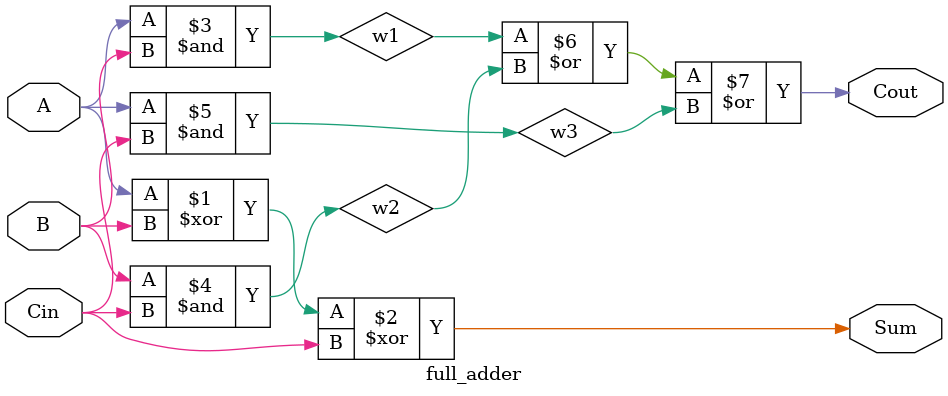
<source format=v>
module full_adder(A,B,Cin,Sum,Cout);
  input A,B,Cin;
  output Sum,Cout;
  wire w1,w2,w3;
  xor sum(Sum,A,B,Cin);
  and a1(w1,A,B);
  and a2(w2,B,Cin);
  and a3(w3,A,Cin);
  or o1(Cout,w1,w2,w3);
endmodule
</source>
